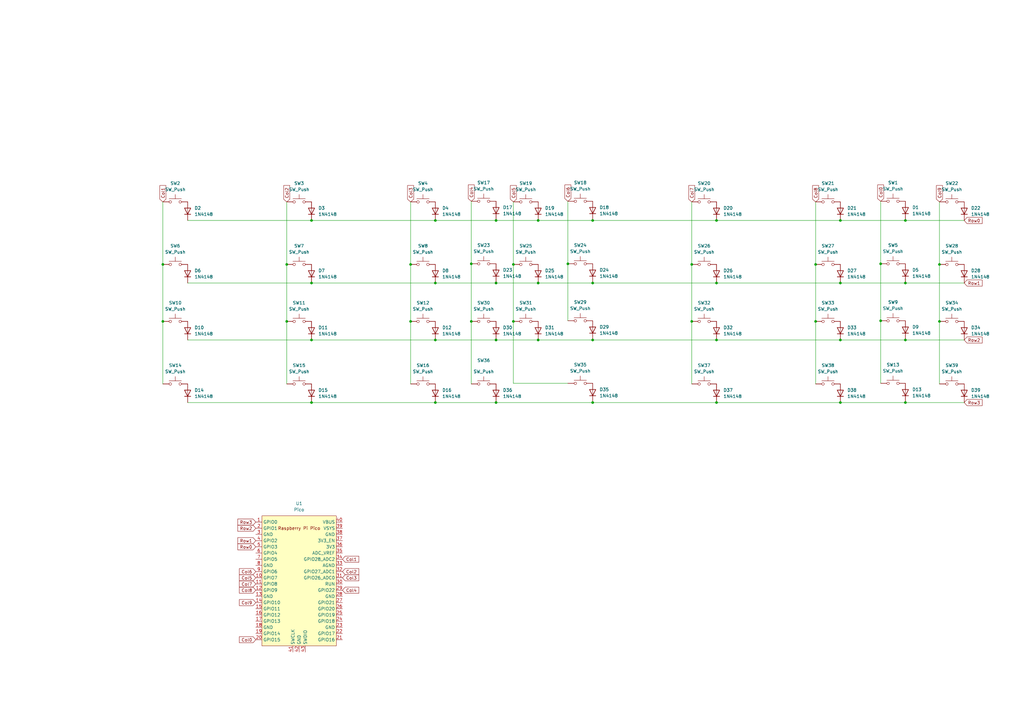
<source format=kicad_sch>
(kicad_sch (version 20211123) (generator eeschema)
  (paper "A3")
  (lib_symbols
    (symbol "Diode:1N4148" (pin_numbers hide) (pin_names hide)
      (property "Reference" "D" (at 0 2.54 0))
      (property "Value" "1N4148" (at 0 -2.54 0))
      (symbol "1N4148_0_1"
        (polyline (pts (xy -1.27 1.27) (xy -1.27 -1.27)) (stroke (width 0.254)))
        (polyline (pts (xy 1.27 0) (xy -1.27 0)))
        (polyline (pts (xy 1.27 1.27) (xy 1.27 -1.27) (xy -1.27 0) (xy 1.27 1.27)) (stroke (width 0.254)))
      )
      (symbol "1N4148_1_1"
        (pin passive line (at -3.81 0 0) (length 2.54) (name "K") (number "1"))
        (pin passive line (at 3.81 0 180) (length 2.54) (name "A") (number "2"))
      )
    )
    (symbol "Rpi:Pico"
      (property "Reference" "U" (at -13.97 27.94 0))
      (property "Value" "Pico" (at 0 19.05 0))
      (symbol "Pico_0_0"
        (text "Raspberry Pi Pico" (at 0 21.59 0) (effects (font (size 1.27 1.27))))
      )
      (symbol "Pico_0_1"
        (rectangle (start -15.24 26.67) (end 15.24 -26.67) (fill (type background)))
      )
      (symbol "Pico_1_1"
        (pin bidirectional line (at -17.78 24.13 0) (length 2.54) (name "GPIO0") (number "1"))
        (pin bidirectional line (at -17.78 1.27 0) (length 2.54) (name "GPIO7") (number "10"))
        (pin bidirectional line (at -17.78 -1.27 0) (length 2.54) (name "GPIO8") (number "11"))
        (pin bidirectional line (at -17.78 -3.81 0) (length 2.54) (name "GPIO9") (number "12"))
        (pin power_in line (at -17.78 -6.35 0) (length 2.54) (name "GND") (number "13"))
        (pin bidirectional line (at -17.78 -8.89 0) (length 2.54) (name "GPIO10") (number "14"))
        (pin bidirectional line (at -17.78 -11.43 0) (length 2.54) (name "GPIO11") (number "15"))
        (pin bidirectional line (at -17.78 -13.97 0) (length 2.54) (name "GPIO12") (number "16"))
        (pin bidirectional line (at -17.78 -16.51 0) (length 2.54) (name "GPIO13") (number "17"))
        (pin power_in line (at -17.78 -19.05 0) (length 2.54) (name "GND") (number "18"))
        (pin bidirectional line (at -17.78 -21.59 0) (length 2.54) (name "GPIO14") (number "19"))
        (pin bidirectional line (at -17.78 21.59 0) (length 2.54) (name "GPIO1") (number "2"))
        (pin bidirectional line (at -17.78 -24.13 0) (length 2.54) (name "GPIO15") (number "20"))
        (pin bidirectional line (at 17.78 -24.13 180) (length 2.54) (name "GPIO16") (number "21"))
        (pin bidirectional line (at 17.78 -21.59 180) (length 2.54) (name "GPIO17") (number "22"))
        (pin power_in line (at 17.78 -19.05 180) (length 2.54) (name "GND") (number "23"))
        (pin bidirectional line (at 17.78 -16.51 180) (length 2.54) (name "GPIO18") (number "24"))
        (pin bidirectional line (at 17.78 -13.97 180) (length 2.54) (name "GPIO19") (number "25"))
        (pin bidirectional line (at 17.78 -11.43 180) (length 2.54) (name "GPIO20") (number "26"))
        (pin bidirectional line (at 17.78 -8.89 180) (length 2.54) (name "GPIO21") (number "27"))
        (pin power_in line (at 17.78 -6.35 180) (length 2.54) (name "GND") (number "28"))
        (pin bidirectional line (at 17.78 -3.81 180) (length 2.54) (name "GPIO22") (number "29"))
        (pin power_in line (at -17.78 19.05 0) (length 2.54) (name "GND") (number "3"))
        (pin input line (at 17.78 -1.27 180) (length 2.54) (name "RUN") (number "30"))
        (pin bidirectional line (at 17.78 1.27 180) (length 2.54) (name "GPIO26_ADC0") (number "31"))
        (pin bidirectional line (at 17.78 3.81 180) (length 2.54) (name "GPIO27_ADC1") (number "32"))
        (pin power_in line (at 17.78 6.35 180) (length 2.54) (name "AGND") (number "33"))
        (pin bidirectional line (at 17.78 8.89 180) (length 2.54) (name "GPIO28_ADC2") (number "34"))
        (pin power_in line (at 17.78 11.43 180) (length 2.54) (name "ADC_VREF") (number "35"))
        (pin power_in line (at 17.78 13.97 180) (length 2.54) (name "3V3") (number "36"))
        (pin input line (at 17.78 16.51 180) (length 2.54) (name "3V3_EN") (number "37"))
        (pin bidirectional line (at 17.78 19.05 180) (length 2.54) (name "GND") (number "38"))
        (pin power_in line (at 17.78 21.59 180) (length 2.54) (name "VSYS") (number "39"))
        (pin bidirectional line (at -17.78 16.51 0) (length 2.54) (name "GPIO2") (number "4"))
        (pin power_in line (at 17.78 24.13 180) (length 2.54) (name "VBUS") (number "40"))
        (pin input line (at -2.54 -29.21 90) (length 2.54) (name "SWCLK") (number "41"))
        (pin power_in line (at 0 -29.21 90) (length 2.54) (name "GND") (number "42"))
        (pin bidirectional line (at 2.54 -29.21 90) (length 2.54) (name "SWDIO") (number "43"))
        (pin bidirectional line (at -17.78 13.97 0) (length 2.54) (name "GPIO3") (number "5"))
        (pin bidirectional line (at -17.78 11.43 0) (length 2.54) (name "GPIO4") (number "6"))
        (pin bidirectional line (at -17.78 8.89 0) (length 2.54) (name "GPIO5") (number "7"))
        (pin power_in line (at -17.78 6.35 0) (length 2.54) (name "GND") (number "8"))
        (pin bidirectional line (at -17.78 3.81 0) (length 2.54) (name "GPIO6") (number "9"))
      )
    )
    (symbol "Switch:SW_Push" (pin_numbers hide) (pin_names (offset 1.016) hide)
      (property "Reference" "SW" (at 1.27 2.54 0))
      (property "Value" "SW_Push" (at 0 -1.524 0))
      (symbol "SW_Push_0_1"
        (circle (center -2.032 0) (radius 0.508))
        (polyline (pts (xy 0 1.27) (xy 0 3.048)))
        (polyline (pts (xy 2.54 1.27) (xy -2.54 1.27)))
        (circle (center 2.032 0) (radius 0.508))
        (pin passive line (at -5.08 0 0) (length 2.54) (name "1") (number "1"))
        (pin passive line (at 5.08 0 180) (length 2.54) (name "2") (number "2"))
      )
    )
  )
  (junction (at 210.566 131.826))
  (junction (at 168.402 108.458))
  (junction (at 334.518 108.458))
  (junction (at 127.762 90.424))
  (junction (at 203.454 165.1))
  (junction (at 117.602 131.826))
  (junction (at 243.078 165.1))
  (junction (at 293.878 139.446))
  (junction (at 293.878 116.078))
  (junction (at 168.402 131.826))
  (junction (at 193.294 108.204))
  (junction (at 371.348 165.1))
  (junction (at 66.802 108.458))
  (junction (at 117.602 108.458))
  (junction (at 385.318 108.458))
  (junction (at 127.762 116.078))
  (junction (at 371.348 116.078))
  (junction (at 203.454 90.424))
  (junction (at 127.762 139.446))
  (junction (at 243.078 90.424))
  (junction (at 66.802 131.826))
  (junction (at 293.878 165.1))
  (junction (at 371.348 139.446))
  (junction (at 220.726 139.446))
  (junction (at 293.878 90.424))
  (junction (at 361.188 131.572))
  (junction (at 127.762 165.1))
  (junction (at 210.566 108.458))
  (junction (at 232.918 108.204))
  (junction (at 371.348 90.424))
  (junction (at 243.078 116.078))
  (junction (at 203.454 116.078))
  (junction (at 178.562 90.424))
  (junction (at 178.562 116.078))
  (junction (at 220.726 90.424))
  (junction (at 385.318 131.826))
  (junction (at 344.678 139.446))
  (junction (at 344.678 165.1))
  (junction (at 283.718 108.458))
  (junction (at 178.562 165.1))
  (junction (at 178.562 139.446))
  (junction (at 193.294 131.826))
  (junction (at 203.454 139.446))
  (junction (at 334.518 131.826))
  (junction (at 283.718 131.826))
  (junction (at 344.678 116.078))
  (junction (at 243.078 139.446))
  (junction (at 361.188 108.204))
  (junction (at 220.726 116.078))
  (junction (at 344.678 90.424))
  (wire (pts (xy 283.718 108.458) (xy 283.718 131.826)))
  (wire (pts (xy 385.318 82.804) (xy 385.318 108.458)))
  (wire (pts (xy 293.878 116.078) (xy 344.678 116.078)))
  (wire (pts (xy 117.602 108.458) (xy 117.602 131.826)))
  (wire (pts (xy 127.762 165.1) (xy 178.562 165.1)))
  (wire (pts (xy 178.562 116.078) (xy 203.454 116.078)))
  (wire (pts (xy 344.678 165.1) (xy 371.348 165.1)))
  (wire (pts (xy 117.602 131.826) (xy 117.602 157.48)))
  (wire (pts (xy 293.878 165.1) (xy 344.678 165.1)))
  (wire (pts (xy 243.078 116.078) (xy 293.878 116.078)))
  (wire (pts (xy 361.188 82.55) (xy 361.188 108.204)))
  (wire (pts (xy 168.402 131.826) (xy 168.402 157.48)))
  (wire (pts (xy 232.918 108.204) (xy 232.918 131.572)))
  (wire (pts (xy 203.454 90.17) (xy 203.454 90.424)))
  (wire (pts (xy 371.348 90.17) (xy 371.348 90.424)))
  (wire (pts (xy 76.962 165.1) (xy 127.762 165.1)))
  (wire (pts (xy 193.294 131.826) (xy 193.294 157.48)))
  (wire (pts (xy 66.802 108.458) (xy 66.802 131.826)))
  (wire (pts (xy 178.562 90.424) (xy 203.454 90.424)))
  (wire (pts (xy 371.348 165.1) (xy 395.478 165.1)))
  (wire (pts (xy 220.726 116.078) (xy 243.078 116.078)))
  (wire (pts (xy 243.078 165.1) (xy 293.878 165.1)))
  (wire (pts (xy 344.678 116.078) (xy 371.348 116.078)))
  (wire (pts (xy 127.762 90.424) (xy 178.562 90.424)))
  (wire (pts (xy 168.402 82.804) (xy 168.402 108.458)))
  (wire (pts (xy 293.878 90.424) (xy 344.678 90.424)))
  (wire (pts (xy 178.562 165.1) (xy 203.454 165.1)))
  (wire (pts (xy 127.762 139.446) (xy 178.562 139.446)))
  (wire (pts (xy 127.762 116.078) (xy 178.562 116.078)))
  (wire (pts (xy 344.678 139.446) (xy 371.348 139.446)))
  (wire (pts (xy 361.188 108.204) (xy 361.188 131.572)))
  (wire (pts (xy 371.348 164.846) (xy 371.348 165.1)))
  (wire (pts (xy 334.518 108.458) (xy 334.518 131.826)))
  (wire (pts (xy 371.348 139.446) (xy 395.478 139.446)))
  (wire (pts (xy 371.348 116.078) (xy 395.478 116.078)))
  (wire (pts (xy 334.518 131.826) (xy 334.518 157.48)))
  (wire (pts (xy 385.318 108.458) (xy 385.318 131.826)))
  (wire (pts (xy 283.718 82.804) (xy 283.718 108.458)))
  (wire (pts (xy 117.602 82.804) (xy 117.602 108.458)))
  (wire (pts (xy 76.962 90.424) (xy 127.762 90.424)))
  (wire (pts (xy 210.566 157.226) (xy 210.566 131.826)))
  (wire (pts (xy 232.918 157.226) (xy 210.566 157.226)))
  (wire (pts (xy 243.078 139.192) (xy 243.078 139.446)))
  (wire (pts (xy 203.454 139.446) (xy 220.726 139.446)))
  (wire (pts (xy 220.726 90.424) (xy 243.078 90.424)))
  (wire (pts (xy 243.078 90.424) (xy 293.878 90.424)))
  (wire (pts (xy 243.078 164.846) (xy 243.078 165.1)))
  (wire (pts (xy 193.294 82.55) (xy 193.294 108.204)))
  (wire (pts (xy 371.348 90.424) (xy 395.478 90.424)))
  (wire (pts (xy 371.348 115.824) (xy 371.348 116.078)))
  (wire (pts (xy 203.454 116.078) (xy 220.726 116.078)))
  (wire (pts (xy 193.294 108.204) (xy 193.294 131.826)))
  (wire (pts (xy 334.518 82.804) (xy 334.518 108.458)))
  (wire (pts (xy 66.802 82.804) (xy 66.802 108.458)))
  (wire (pts (xy 210.566 108.458) (xy 210.566 131.826)))
  (wire (pts (xy 293.878 139.446) (xy 344.678 139.446)))
  (wire (pts (xy 283.718 131.826) (xy 283.718 157.48)))
  (wire (pts (xy 371.348 139.192) (xy 371.348 139.446)))
  (wire (pts (xy 168.402 108.458) (xy 168.402 131.826)))
  (wire (pts (xy 232.918 82.55) (xy 232.918 108.204)))
  (wire (pts (xy 203.454 90.424) (xy 220.726 90.424)))
  (wire (pts (xy 66.802 131.826) (xy 66.802 157.48)))
  (wire (pts (xy 76.962 139.446) (xy 127.762 139.446)))
  (wire (pts (xy 344.678 90.424) (xy 371.348 90.424)))
  (wire (pts (xy 210.566 82.804) (xy 210.566 108.458)))
  (wire (pts (xy 243.078 139.446) (xy 293.878 139.446)))
  (wire (pts (xy 76.962 116.078) (xy 127.762 116.078)))
  (wire (pts (xy 243.078 90.17) (xy 243.078 90.424)))
  (wire (pts (xy 243.078 115.824) (xy 243.078 116.078)))
  (wire (pts (xy 203.454 115.824) (xy 203.454 116.078)))
  (wire (pts (xy 203.454 165.1) (xy 243.078 165.1)))
  (wire (pts (xy 385.318 131.826) (xy 385.318 157.48)))
  (wire (pts (xy 178.562 139.446) (xy 203.454 139.446)))
  (wire (pts (xy 361.188 131.572) (xy 361.188 157.226)))
  (wire (pts (xy 220.726 139.446) (xy 243.078 139.446)))
  (global_label "Col6" (shape input) (at 232.918 82.55 90) (property "Intersheet References" "${INTERSHEET_REFS}" (effects hide)))
  (global_label "Col5" (shape input) (at 104.902 236.982 180) (property "Intersheet References" "${INTERSHEET_REFS}" (effects hide)))
  (global_label "Row1" (shape input) (at 104.902 221.742 180) (property "Intersheet References" "${INTERSHEET_REFS}" (effects hide)))
  (global_label "Row2" (shape input) (at 104.902 216.662 180) (property "Intersheet References" "${INTERSHEET_REFS}" (effects hide)))
  (global_label "Col0" (shape input) (at 104.902 262.382 180) (property "Intersheet References" "${INTERSHEET_REFS}" (effects hide)))
  (global_label "Col7" (shape input) (at 104.902 239.522 180) (property "Intersheet References" "${INTERSHEET_REFS}" (effects hide)))
  (global_label "Col8" (shape input) (at 334.518 82.804 90) (property "Intersheet References" "${INTERSHEET_REFS}" (effects hide)))
  (global_label "Col2" (shape input) (at 140.462 234.442 0) (property "Intersheet References" "${INTERSHEET_REFS}" (effects hide)))
  (global_label "Row3" (shape input) (at 104.902 214.122 180) (property "Intersheet References" "${INTERSHEET_REFS}" (effects hide)))
  (global_label "Col6" (shape input) (at 104.902 234.442 180) (property "Intersheet References" "${INTERSHEET_REFS}" (effects hide)))
  (global_label "Row2" (shape input) (at 395.478 139.446 0) (property "Intersheet References" "${INTERSHEET_REFS}" (effects hide)))
  (global_label "Row0" (shape input) (at 104.902 224.282 180) (property "Intersheet References" "${INTERSHEET_REFS}" (effects hide)))
  (global_label "Col1" (shape input) (at 140.462 229.362 0) (property "Intersheet References" "${INTERSHEET_REFS}" (effects hide)))
  (global_label "Col3" (shape input) (at 140.462 236.982 0) (property "Intersheet References" "${INTERSHEET_REFS}" (effects hide)))
  (global_label "Col3" (shape input) (at 168.402 82.804 90) (property "Intersheet References" "${INTERSHEET_REFS}" (effects hide)))
  (global_label "Row1" (shape input) (at 395.478 116.078 0) (property "Intersheet References" "${INTERSHEET_REFS}" (effects hide)))
  (global_label "Row3" (shape input) (at 395.478 165.1 0) (property "Intersheet References" "${INTERSHEET_REFS}" (effects hide)))
  (global_label "Col7" (shape input) (at 283.718 82.804 90) (property "Intersheet References" "${INTERSHEET_REFS}" (effects hide)))
  (global_label "Col9" (shape input) (at 385.318 82.804 90) (property "Intersheet References" "${INTERSHEET_REFS}" (effects hide)))
  (global_label "Col1" (shape input) (at 66.802 82.804 90) (property "Intersheet References" "${INTERSHEET_REFS}" (effects hide)))
  (global_label "Row0" (shape input) (at 395.478 90.424 0) (property "Intersheet References" "${INTERSHEET_REFS}" (effects hide)))
  (global_label "Col2" (shape input) (at 117.602 82.804 90) (property "Intersheet References" "${INTERSHEET_REFS}" (effects hide)))
  (global_label "Col4" (shape input) (at 193.294 82.55 90) (property "Intersheet References" "${INTERSHEET_REFS}" (effects hide)))
  (global_label "Col4" (shape input) (at 140.462 242.062 0) (property "Intersheet References" "${INTERSHEET_REFS}" (effects hide)))
  (global_label "Col5" (shape input) (at 210.566 82.804 90) (property "Intersheet References" "${INTERSHEET_REFS}" (effects hide)))
  (global_label "Col0" (shape input) (at 361.188 82.55 90) (property "Intersheet References" "${INTERSHEET_REFS}" (effects hide)))
  (global_label "Col8" (shape input) (at 104.902 242.062 180) (property "Intersheet References" "${INTERSHEET_REFS}" (effects hide)))
  (global_label "Col9" (shape input) (at 104.902 247.142 180) (property "Intersheet References" "${INTERSHEET_REFS}" (effects hide)))
  (symbol (lib_id "Switch:SW_Push") (at 198.374 108.204 0) (unit 1)
    (property "Reference" "SW23" (at 198.374 100.584 0))
    (property "Value" "SW_Push" (at 198.374 103.124 0))
    (property "Footprint" "switchy:SW_Cherry_MX_1.00u_PCB" (effects hide))
  )
  (symbol (lib_id "Switch:SW_Push") (at 339.598 82.804 0) (unit 1)
    (property "Reference" "SW21" (at 339.598 75.184 0))
    (property "Value" "SW_Push" (at 339.598 77.724 0))
    (property "Footprint" "switchy:SW_Cherry_MX_1.00u_PCB" (effects hide))
  )
  (symbol (lib_id "Diode:1N4148") (at 371.348 86.36 90) (unit 1)
    (property "Reference" "D1" (at 374.142 85.0899 90) (effects (justify right)))
    (property "Value" "1N4148" (at 374.142 87.6299 90) (effects (justify right)))
    (property "Footprint" "eec:Diotec_Semiconductor-1N4148-0" (effects hide))
    (property "Datasheet" "https://assets.nexperia.com/documents/data-sheet/1N4148_1N4448.pdf" (effects hide))
  )
  (symbol (lib_id "Diode:1N4148") (at 178.562 112.268 90) (unit 1)
    (property "Reference" "D8" (at 181.356 110.9979 90) (effects (justify right)))
    (property "Value" "1N4148" (at 181.356 113.5379 90) (effects (justify right)))
    (property "Footprint" "eec:Diotec_Semiconductor-1N4148-0" (effects hide))
    (property "Datasheet" "https://assets.nexperia.com/documents/data-sheet/1N4148_1N4448.pdf" (effects hide))
  )
  (symbol (lib_id "Rpi:Pico") (at 122.682 238.252 0) (unit 1)
    (property "Reference" "U1" (at 122.682 206.502 0))
    (property "Value" "Pico" (at 122.682 209.042 0))
    (property "Footprint" "MCU_RaspberryPi_and_Boards:RPi_Pico_SMD_TH" (effects hide))
  )
  (symbol (lib_id "Diode:1N4148") (at 203.454 112.014 90) (unit 1)
    (property "Reference" "D23" (at 206.248 110.7439 90) (effects (justify right)))
    (property "Value" "1N4148" (at 206.248 113.2839 90) (effects (justify right)))
    (property "Footprint" "eec:Diotec_Semiconductor-1N4148-0" (effects hide))
    (property "Datasheet" "https://assets.nexperia.com/documents/data-sheet/1N4148_1N4448.pdf" (effects hide))
  )
  (symbol (lib_id "Switch:SW_Push") (at 366.268 82.55 0) (unit 1)
    (property "Reference" "SW1" (at 366.268 74.93 0))
    (property "Value" "SW_Push" (at 366.268 77.47 0))
    (property "Footprint" "switchy:SW_Cherry_MX_1.00u_PCB" (effects hide))
  )
  (symbol (lib_id "Diode:1N4148") (at 344.678 161.29 90) (unit 1)
    (property "Reference" "D38" (at 347.472 160.0199 90) (effects (justify right)))
    (property "Value" "1N4148" (at 347.472 162.5599 90) (effects (justify right)))
    (property "Footprint" "eec:Diotec_Semiconductor-1N4148-0" (effects hide))
    (property "Datasheet" "https://assets.nexperia.com/documents/data-sheet/1N4148_1N4448.pdf" (effects hide))
  )
  (symbol (lib_id "Switch:SW_Push") (at 215.646 82.804 0) (unit 1)
    (property "Reference" "SW19" (at 215.646 75.184 0))
    (property "Value" "SW_Push" (at 215.646 77.724 0))
    (property "Footprint" "switchy:SW_Cherry_MX_1.00u_PCB" (effects hide))
  )
  (symbol (lib_id "Switch:SW_Push") (at 71.882 82.804 0) (unit 1)
    (property "Reference" "SW2" (at 71.882 75.184 0))
    (property "Value" "SW_Push" (at 71.882 77.724 0))
    (property "Footprint" "switchy:SW_Cherry_MX_1.00u_PCB" (effects hide))
  )
  (symbol (lib_id "Switch:SW_Push") (at 237.998 131.572 0) (unit 1)
    (property "Reference" "SW29" (at 237.998 123.952 0))
    (property "Value" "SW_Push" (at 237.998 126.492 0))
    (property "Footprint" "switchy:SW_Cherry_MX_1.00u_PCB" (effects hide))
  )
  (symbol (lib_id "Diode:1N4148") (at 76.962 135.636 90) (unit 1)
    (property "Reference" "D10" (at 79.756 134.3659 90) (effects (justify right)))
    (property "Value" "1N4148" (at 79.756 136.9059 90) (effects (justify right)))
    (property "Footprint" "eec:Diotec_Semiconductor-1N4148-0" (effects hide))
    (property "Datasheet" "https://assets.nexperia.com/documents/data-sheet/1N4148_1N4448.pdf" (effects hide))
  )
  (symbol (lib_id "Switch:SW_Push") (at 237.998 82.55 0) (unit 1)
    (property "Reference" "SW18" (at 237.998 74.93 0))
    (property "Value" "SW_Push" (at 237.998 77.47 0))
    (property "Footprint" "switchy:SW_Cherry_MX_1.00u_PCB" (effects hide))
  )
  (symbol (lib_id "Diode:1N4148") (at 127.762 86.614 90) (unit 1)
    (property "Reference" "D3" (at 130.556 85.3439 90) (effects (justify right)))
    (property "Value" "1N4148" (at 130.556 87.8839 90) (effects (justify right)))
    (property "Footprint" "eec:Diotec_Semiconductor-1N4148-0" (effects hide))
    (property "Datasheet" "https://assets.nexperia.com/documents/data-sheet/1N4148_1N4448.pdf" (effects hide))
  )
  (symbol (lib_id "Diode:1N4148") (at 395.478 86.614 90) (unit 1)
    (property "Reference" "D22" (at 398.272 85.3439 90) (effects (justify right)))
    (property "Value" "1N4148" (at 398.272 87.8839 90) (effects (justify right)))
    (property "Footprint" "eec:Diotec_Semiconductor-1N4148-0" (effects hide))
    (property "Datasheet" "https://assets.nexperia.com/documents/data-sheet/1N4148_1N4448.pdf" (effects hide))
  )
  (symbol (lib_id "Diode:1N4148") (at 178.562 161.29 90) (unit 1)
    (property "Reference" "D16" (at 181.356 160.0199 90) (effects (justify right)))
    (property "Value" "1N4148" (at 181.356 162.5599 90) (effects (justify right)))
    (property "Footprint" "eec:Diotec_Semiconductor-1N4148-0" (effects hide))
    (property "Datasheet" "https://assets.nexperia.com/documents/data-sheet/1N4148_1N4448.pdf" (effects hide))
  )
  (symbol (lib_id "Diode:1N4148") (at 203.454 86.36 90) (unit 1)
    (property "Reference" "D17" (at 206.248 85.0899 90) (effects (justify right)))
    (property "Value" "1N4148" (at 206.248 87.6299 90) (effects (justify right)))
    (property "Footprint" "eec:Diotec_Semiconductor-1N4148-0" (effects hide))
    (property "Datasheet" "https://assets.nexperia.com/documents/data-sheet/1N4148_1N4448.pdf" (effects hide))
  )
  (symbol (lib_id "Diode:1N4148") (at 127.762 161.29 90) (unit 1)
    (property "Reference" "D15" (at 130.556 160.0199 90) (effects (justify right)))
    (property "Value" "1N4148" (at 130.556 162.5599 90) (effects (justify right)))
    (property "Footprint" "eec:Diotec_Semiconductor-1N4148-0" (effects hide))
    (property "Datasheet" "https://assets.nexperia.com/documents/data-sheet/1N4148_1N4448.pdf" (effects hide))
  )
  (symbol (lib_id "Diode:1N4148") (at 293.878 86.614 90) (unit 1)
    (property "Reference" "D20" (at 296.672 85.3439 90) (effects (justify right)))
    (property "Value" "1N4148" (at 296.672 87.8839 90) (effects (justify right)))
    (property "Footprint" "eec:Diotec_Semiconductor-1N4148-0" (effects hide))
    (property "Datasheet" "https://assets.nexperia.com/documents/data-sheet/1N4148_1N4448.pdf" (effects hide))
  )
  (symbol (lib_id "Diode:1N4148") (at 344.678 86.614 90) (unit 1)
    (property "Reference" "D21" (at 347.472 85.3439 90) (effects (justify right)))
    (property "Value" "1N4148" (at 347.472 87.8839 90) (effects (justify right)))
    (property "Footprint" "eec:Diotec_Semiconductor-1N4148-0" (effects hide))
    (property "Datasheet" "https://assets.nexperia.com/documents/data-sheet/1N4148_1N4448.pdf" (effects hide))
  )
  (symbol (lib_id "Switch:SW_Push") (at 390.398 108.458 0) (unit 1)
    (property "Reference" "SW28" (at 390.398 100.838 0))
    (property "Value" "SW_Push" (at 390.398 103.378 0))
    (property "Footprint" "switchy:SW_Cherry_MX_1.00u_PCB" (effects hide))
  )
  (symbol (lib_id "Diode:1N4148") (at 243.078 135.382 90) (unit 1)
    (property "Reference" "D29" (at 245.872 134.1119 90) (effects (justify right)))
    (property "Value" "1N4148" (at 245.872 136.6519 90) (effects (justify right)))
    (property "Footprint" "eec:Diotec_Semiconductor-1N4148-0" (effects hide))
    (property "Datasheet" "https://assets.nexperia.com/documents/data-sheet/1N4148_1N4448.pdf" (effects hide))
  )
  (symbol (lib_id "Diode:1N4148") (at 293.878 135.636 90) (unit 1)
    (property "Reference" "D32" (at 296.672 134.3659 90) (effects (justify right)))
    (property "Value" "1N4148" (at 296.672 136.9059 90) (effects (justify right)))
    (property "Footprint" "eec:Diotec_Semiconductor-1N4148-0" (effects hide))
    (property "Datasheet" "https://assets.nexperia.com/documents/data-sheet/1N4148_1N4448.pdf" (effects hide))
  )
  (symbol (lib_id "Switch:SW_Push") (at 237.998 108.204 0) (unit 1)
    (property "Reference" "SW24" (at 237.998 100.584 0))
    (property "Value" "SW_Push" (at 237.998 103.124 0))
    (property "Footprint" "switchy:SW_Cherry_MX_1.00u_PCB" (effects hide))
  )
  (symbol (lib_id "Switch:SW_Push") (at 173.482 131.826 0) (unit 1)
    (property "Reference" "SW12" (at 173.482 124.206 0))
    (property "Value" "SW_Push" (at 173.482 126.746 0))
    (property "Footprint" "switchy:SW_Cherry_MX_1.00u_PCB" (effects hide))
  )
  (symbol (lib_id "Switch:SW_Push") (at 390.398 157.48 0) (unit 1)
    (property "Reference" "SW39" (at 390.398 149.86 0))
    (property "Value" "SW_Push" (at 390.398 152.4 0))
    (property "Footprint" "switchy:SW_Cherry_MX_1.00u_PCB" (effects hide))
  )
  (symbol (lib_id "Switch:SW_Push") (at 173.482 157.48 0) (unit 1)
    (property "Reference" "SW16" (at 173.482 149.86 0))
    (property "Value" "SW_Push" (at 173.482 152.4 0))
    (property "Footprint" "switchy:SW_Cherry_MX_1.00u_PCB" (effects hide))
  )
  (symbol (lib_id "Diode:1N4148") (at 293.878 112.268 90) (unit 1)
    (property "Reference" "D26" (at 296.672 110.9979 90) (effects (justify right)))
    (property "Value" "1N4148" (at 296.672 113.5379 90) (effects (justify right)))
    (property "Footprint" "eec:Diotec_Semiconductor-1N4148-0" (effects hide))
    (property "Datasheet" "https://assets.nexperia.com/documents/data-sheet/1N4148_1N4448.pdf" (effects hide))
  )
  (symbol (lib_id "Diode:1N4148") (at 76.962 86.614 90) (unit 1)
    (property "Reference" "D2" (at 79.756 85.3439 90) (effects (justify right)))
    (property "Value" "1N4148" (at 79.756 87.8839 90) (effects (justify right)))
    (property "Footprint" "eec:Diotec_Semiconductor-1N4148-0" (effects hide))
    (property "Datasheet" "https://assets.nexperia.com/documents/data-sheet/1N4148_1N4448.pdf" (effects hide))
  )
  (symbol (lib_id "Switch:SW_Push") (at 71.882 157.48 0) (unit 1)
    (property "Reference" "SW14" (at 71.882 149.86 0))
    (property "Value" "SW_Push" (at 71.882 152.4 0))
    (property "Footprint" "switchy:SW_Cherry_MX_1.00u_PCB" (effects hide))
  )
  (symbol (lib_id "Diode:1N4148") (at 203.454 135.636 90) (unit 1)
    (property "Reference" "D30" (at 206.248 134.3659 90) (effects (justify right)))
    (property "Value" "1N4148" (at 206.248 136.9059 90) (effects (justify right)))
    (property "Footprint" "eec:Diotec_Semiconductor-1N4148-0" (effects hide))
    (property "Datasheet" "https://assets.nexperia.com/documents/data-sheet/1N4148_1N4448.pdf" (effects hide))
  )
  (symbol (lib_id "Diode:1N4148") (at 178.562 86.614 90) (unit 1)
    (property "Reference" "D4" (at 181.356 85.3439 90) (effects (justify right)))
    (property "Value" "1N4148" (at 181.356 87.8839 90) (effects (justify right)))
    (property "Footprint" "eec:Diotec_Semiconductor-1N4148-0" (effects hide))
    (property "Datasheet" "https://assets.nexperia.com/documents/data-sheet/1N4148_1N4448.pdf" (effects hide))
  )
  (symbol (lib_id "Switch:SW_Push") (at 288.798 131.826 0) (unit 1)
    (property "Reference" "SW32" (at 288.798 124.206 0))
    (property "Value" "SW_Push" (at 288.798 126.746 0))
    (property "Footprint" "switchy:SW_Cherry_MX_1.00u_PCB" (effects hide))
  )
  (symbol (lib_id "Switch:SW_Push") (at 198.374 131.826 0) (unit 1)
    (property "Reference" "SW30" (at 198.374 124.206 0))
    (property "Value" "SW_Push" (at 198.374 126.746 0))
    (property "Footprint" "switchy:SW_Cherry_MX_1.00u_PCB" (effects hide))
  )
  (symbol (lib_id "Switch:SW_Push") (at 339.598 157.48 0) (unit 1)
    (property "Reference" "SW38" (at 339.598 149.86 0))
    (property "Value" "SW_Push" (at 339.598 152.4 0))
    (property "Footprint" "switchy:SW_Cherry_MX_1.00u_PCB" (effects hide))
  )
  (symbol (lib_id "Diode:1N4148") (at 371.348 112.014 90) (unit 1)
    (property "Reference" "D5" (at 374.142 110.7439 90) (effects (justify right)))
    (property "Value" "1N4148" (at 374.142 113.2839 90) (effects (justify right)))
    (property "Footprint" "eec:Diotec_Semiconductor-1N4148-0" (effects hide))
    (property "Datasheet" "https://assets.nexperia.com/documents/data-sheet/1N4148_1N4448.pdf" (effects hide))
  )
  (symbol (lib_id "Switch:SW_Push") (at 288.798 82.804 0) (unit 1)
    (property "Reference" "SW20" (at 288.798 75.184 0))
    (property "Value" "SW_Push" (at 288.798 77.724 0))
    (property "Footprint" "switchy:SW_Cherry_MX_1.00u_PCB" (effects hide))
  )
  (symbol (lib_id "Diode:1N4148") (at 395.478 135.636 90) (unit 1)
    (property "Reference" "D34" (at 398.272 134.3659 90) (effects (justify right)))
    (property "Value" "1N4148" (at 398.272 136.9059 90) (effects (justify right)))
    (property "Footprint" "eec:Diotec_Semiconductor-1N4148-0" (effects hide))
    (property "Datasheet" "https://assets.nexperia.com/documents/data-sheet/1N4148_1N4448.pdf" (effects hide))
  )
  (symbol (lib_id "Switch:SW_Push") (at 198.374 82.55 0) (unit 1)
    (property "Reference" "SW17" (at 198.374 74.93 0))
    (property "Value" "SW_Push" (at 198.374 77.47 0))
    (property "Footprint" "switchy:SW_Cherry_MX_1.00u_PCB" (effects hide))
  )
  (symbol (lib_id "Diode:1N4148") (at 293.878 161.29 90) (unit 1)
    (property "Reference" "D37" (at 296.672 160.0199 90) (effects (justify right)))
    (property "Value" "1N4148" (at 296.672 162.5599 90) (effects (justify right)))
    (property "Footprint" "eec:Diotec_Semiconductor-1N4148-0" (effects hide))
    (property "Datasheet" "https://assets.nexperia.com/documents/data-sheet/1N4148_1N4448.pdf" (effects hide))
  )
  (symbol (lib_id "Diode:1N4148") (at 344.678 135.636 90) (unit 1)
    (property "Reference" "D33" (at 347.472 134.3659 90) (effects (justify right)))
    (property "Value" "1N4148" (at 347.472 136.9059 90) (effects (justify right)))
    (property "Footprint" "eec:Diotec_Semiconductor-1N4148-0" (effects hide))
    (property "Datasheet" "https://assets.nexperia.com/documents/data-sheet/1N4148_1N4448.pdf" (effects hide))
  )
  (symbol (lib_id "Diode:1N4148") (at 178.562 135.636 90) (unit 1)
    (property "Reference" "D12" (at 181.356 134.3659 90) (effects (justify right)))
    (property "Value" "1N4148" (at 181.356 136.9059 90) (effects (justify right)))
    (property "Footprint" "eec:Diotec_Semiconductor-1N4148-0" (effects hide))
    (property "Datasheet" "https://assets.nexperia.com/documents/data-sheet/1N4148_1N4448.pdf" (effects hide))
  )
  (symbol (lib_id "Switch:SW_Push") (at 366.268 108.204 0) (unit 1)
    (property "Reference" "SW5" (at 366.268 100.584 0))
    (property "Value" "SW_Push" (at 366.268 103.124 0))
    (property "Footprint" "switchy:SW_Cherry_MX_1.00u_PCB" (effects hide))
  )
  (symbol (lib_id "Switch:SW_Push") (at 237.998 157.226 0) (unit 1)
    (property "Reference" "SW35" (at 237.998 149.606 0))
    (property "Value" "SW_Push" (at 237.998 152.146 0))
    (property "Footprint" "switchy:SW_Cherry_MX_2.00u_Plate" (effects hide))
  )
  (symbol (lib_id "Diode:1N4148") (at 220.726 112.268 90) (unit 1)
    (property "Reference" "D25" (at 223.52 110.9979 90) (effects (justify right)))
    (property "Value" "1N4148" (at 223.52 113.5379 90) (effects (justify right)))
    (property "Footprint" "eec:Diotec_Semiconductor-1N4148-0" (effects hide))
    (property "Datasheet" "https://assets.nexperia.com/documents/data-sheet/1N4148_1N4448.pdf" (effects hide))
  )
  (symbol (lib_id "Switch:SW_Push") (at 122.682 157.48 0) (unit 1)
    (property "Reference" "SW15" (at 122.682 149.86 0))
    (property "Value" "SW_Push" (at 122.682 152.4 0))
    (property "Footprint" "switchy:SW_Cherry_MX_1.00u_PCB" (effects hide))
  )
  (symbol (lib_id "Diode:1N4148") (at 395.478 161.29 90) (unit 1)
    (property "Reference" "D39" (at 398.272 160.0199 90) (effects (justify right)))
    (property "Value" "1N4148" (at 398.272 162.5599 90) (effects (justify right)))
    (property "Footprint" "eec:Diotec_Semiconductor-1N4148-0" (effects hide))
    (property "Datasheet" "https://assets.nexperia.com/documents/data-sheet/1N4148_1N4448.pdf" (effects hide))
  )
  (symbol (lib_id "Diode:1N4148") (at 371.348 161.036 90) (unit 1)
    (property "Reference" "D13" (at 374.142 159.7659 90) (effects (justify right)))
    (property "Value" "1N4148" (at 374.142 162.3059 90) (effects (justify right)))
    (property "Footprint" "eec:Diotec_Semiconductor-1N4148-0" (effects hide))
    (property "Datasheet" "https://assets.nexperia.com/documents/data-sheet/1N4148_1N4448.pdf" (effects hide))
  )
  (symbol (lib_id "Switch:SW_Push") (at 339.598 108.458 0) (unit 1)
    (property "Reference" "SW27" (at 339.598 100.838 0))
    (property "Value" "SW_Push" (at 339.598 103.378 0))
    (property "Footprint" "switchy:SW_Cherry_MX_1.00u_PCB" (effects hide))
  )
  (symbol (lib_id "Diode:1N4148") (at 243.078 86.36 90) (unit 1)
    (property "Reference" "D18" (at 245.872 85.0899 90) (effects (justify right)))
    (property "Value" "1N4148" (at 245.872 87.6299 90) (effects (justify right)))
    (property "Footprint" "eec:Diotec_Semiconductor-1N4148-0" (effects hide))
    (property "Datasheet" "https://assets.nexperia.com/documents/data-sheet/1N4148_1N4448.pdf" (effects hide))
  )
  (symbol (lib_id "Diode:1N4148") (at 243.078 112.014 90) (unit 1)
    (property "Reference" "D24" (at 245.872 110.7439 90) (effects (justify right)))
    (property "Value" "1N4148" (at 245.872 113.2839 90) (effects (justify right)))
    (property "Footprint" "eec:Diotec_Semiconductor-1N4148-0" (effects hide))
    (property "Datasheet" "https://assets.nexperia.com/documents/data-sheet/1N4148_1N4448.pdf" (effects hide))
  )
  (symbol (lib_id "Switch:SW_Push") (at 173.482 108.458 0) (unit 1)
    (property "Reference" "SW8" (at 173.482 100.838 0))
    (property "Value" "SW_Push" (at 173.482 103.378 0))
    (property "Footprint" "switchy:SW_Cherry_MX_1.00u_PCB" (effects hide))
  )
  (symbol (lib_id "Switch:SW_Push") (at 198.374 157.48 0) (unit 1)
    (property "Reference" "SW36" (at 198.374 147.828 0))
    (property "Value" "SW_Push" (at 198.374 152.4 0))
    (property "Footprint" "switchy:SW_Cherry_MX_1.00u_PCB" (effects hide))
  )
  (symbol (lib_id "Switch:SW_Push") (at 390.398 82.804 0) (unit 1)
    (property "Reference" "SW22" (at 390.398 75.184 0))
    (property "Value" "SW_Push" (at 390.398 77.724 0))
    (property "Footprint" "switchy:SW_Cherry_MX_1.00u_PCB" (effects hide))
  )
  (symbol (lib_id "Diode:1N4148") (at 76.962 112.268 90) (unit 1)
    (property "Reference" "D6" (at 79.756 110.9979 90) (effects (justify right)))
    (property "Value" "1N4148" (at 79.756 113.5379 90) (effects (justify right)))
    (property "Footprint" "eec:Diotec_Semiconductor-1N4148-0" (effects hide))
    (property "Datasheet" "https://assets.nexperia.com/documents/data-sheet/1N4148_1N4448.pdf" (effects hide))
  )
  (symbol (lib_id "Switch:SW_Push") (at 390.398 131.826 0) (unit 1)
    (property "Reference" "SW34" (at 390.398 124.206 0))
    (property "Value" "SW_Push" (at 390.398 126.746 0))
    (property "Footprint" "switchy:SW_Cherry_MX_1.00u_PCB" (effects hide))
  )
  (symbol (lib_id "Diode:1N4148") (at 76.962 161.29 90) (unit 1)
    (property "Reference" "D14" (at 79.756 160.0199 90) (effects (justify right)))
    (property "Value" "1N4148" (at 79.756 162.5599 90) (effects (justify right)))
    (property "Footprint" "eec:Diotec_Semiconductor-1N4148-0" (effects hide))
    (property "Datasheet" "https://assets.nexperia.com/documents/data-sheet/1N4148_1N4448.pdf" (effects hide))
  )
  (symbol (lib_id "Switch:SW_Push") (at 71.882 131.826 0) (unit 1)
    (property "Reference" "SW10" (at 71.882 124.206 0))
    (property "Value" "SW_Push" (at 71.882 126.746 0))
    (property "Footprint" "switchy:SW_Cherry_MX_1.00u_PCB" (effects hide))
  )
  (symbol (lib_id "Diode:1N4148") (at 344.678 112.268 90) (unit 1)
    (property "Reference" "D27" (at 347.472 110.9979 90) (effects (justify right)))
    (property "Value" "1N4148" (at 347.472 113.5379 90) (effects (justify right)))
    (property "Footprint" "eec:Diotec_Semiconductor-1N4148-0" (effects hide))
    (property "Datasheet" "https://assets.nexperia.com/documents/data-sheet/1N4148_1N4448.pdf" (effects hide))
  )
  (symbol (lib_id "Switch:SW_Push") (at 71.882 108.458 0) (unit 1)
    (property "Reference" "SW6" (at 71.882 100.838 0))
    (property "Value" "SW_Push" (at 71.882 103.378 0))
    (property "Footprint" "switchy:SW_Cherry_MX_1.00u_PCB" (effects hide))
  )
  (symbol (lib_id "Switch:SW_Push") (at 215.646 131.826 0) (unit 1)
    (property "Reference" "SW31" (at 215.646 124.206 0))
    (property "Value" "SW_Push" (at 215.646 126.746 0))
    (property "Footprint" "switchy:SW_Cherry_MX_1.00u_PCB" (effects hide))
  )
  (symbol (lib_id "Switch:SW_Push") (at 366.268 131.572 0) (unit 1)
    (property "Reference" "SW9" (at 366.268 123.952 0))
    (property "Value" "SW_Push" (at 366.268 126.492 0))
    (property "Footprint" "switchy:SW_Cherry_MX_1.00u_PCB" (effects hide))
  )
  (symbol (lib_id "Switch:SW_Push") (at 366.268 157.226 0) (unit 1)
    (property "Reference" "SW13" (at 366.268 149.606 0))
    (property "Value" "SW_Push" (at 366.268 152.146 0))
    (property "Footprint" "switchy:SW_Cherry_MX_1.00u_PCB" (effects hide))
  )
  (symbol (lib_id "Switch:SW_Push") (at 122.682 108.458 0) (unit 1)
    (property "Reference" "SW7" (at 122.682 100.838 0))
    (property "Value" "SW_Push" (at 122.682 103.378 0))
    (property "Footprint" "switchy:SW_Cherry_MX_1.00u_PCB" (effects hide))
  )
  (symbol (lib_id "Diode:1N4148") (at 243.078 161.036 90) (unit 1)
    (property "Reference" "D35" (at 245.872 159.7659 90) (effects (justify right)))
    (property "Value" "1N4148" (at 245.872 162.3059 90) (effects (justify right)))
    (property "Footprint" "eec:Diotec_Semiconductor-1N4148-0" (effects hide))
    (property "Datasheet" "https://assets.nexperia.com/documents/data-sheet/1N4148_1N4448.pdf" (effects hide))
  )
  (symbol (lib_id "Diode:1N4148") (at 203.454 161.29 90) (unit 1)
    (property "Reference" "D36" (at 206.248 160.0199 90) (effects (justify right)))
    (property "Value" "1N4148" (at 206.248 162.5599 90) (effects (justify right)))
    (property "Footprint" "eec:Diotec_Semiconductor-1N4148-0" (effects hide))
    (property "Datasheet" "https://assets.nexperia.com/documents/data-sheet/1N4148_1N4448.pdf" (effects hide))
  )
  (symbol (lib_id "Diode:1N4148") (at 127.762 135.636 90) (unit 1)
    (property "Reference" "D11" (at 130.556 134.3659 90) (effects (justify right)))
    (property "Value" "1N4148" (at 130.556 136.9059 90) (effects (justify right)))
    (property "Footprint" "eec:Diotec_Semiconductor-1N4148-0" (effects hide))
    (property "Datasheet" "https://assets.nexperia.com/documents/data-sheet/1N4148_1N4448.pdf" (effects hide))
  )
  (symbol (lib_id "Diode:1N4148") (at 395.478 112.268 90) (unit 1)
    (property "Reference" "D28" (at 398.272 110.9979 90) (effects (justify right)))
    (property "Value" "1N4148" (at 398.272 113.5379 90) (effects (justify right)))
    (property "Footprint" "eec:Diotec_Semiconductor-1N4148-0" (effects hide))
    (property "Datasheet" "https://assets.nexperia.com/documents/data-sheet/1N4148_1N4448.pdf" (effects hide))
  )
  (symbol (lib_id "Diode:1N4148") (at 127.762 112.268 90) (unit 1)
    (property "Reference" "D7" (at 130.556 110.9979 90) (effects (justify right)))
    (property "Value" "1N4148" (at 130.556 113.5379 90) (effects (justify right)))
    (property "Footprint" "eec:Diotec_Semiconductor-1N4148-0" (effects hide))
    (property "Datasheet" "https://assets.nexperia.com/documents/data-sheet/1N4148_1N4448.pdf" (effects hide))
  )
  (symbol (lib_id "Switch:SW_Push") (at 173.482 82.804 0) (unit 1)
    (property "Reference" "SW4" (at 173.482 75.184 0))
    (property "Value" "SW_Push" (at 173.482 77.724 0))
    (property "Footprint" "switchy:SW_Cherry_MX_1.00u_PCB" (effects hide))
  )
  (symbol (lib_id "Switch:SW_Push") (at 288.798 108.458 0) (unit 1)
    (property "Reference" "SW26" (at 288.798 100.838 0))
    (property "Value" "SW_Push" (at 288.798 103.378 0))
    (property "Footprint" "switchy:SW_Cherry_MX_1.00u_PCB" (effects hide))
  )
  (symbol (lib_id "Switch:SW_Push") (at 288.798 157.48 0) (unit 1)
    (property "Reference" "SW37" (at 288.798 149.86 0))
    (property "Value" "SW_Push" (at 288.798 152.4 0))
    (property "Footprint" "switchy:SW_Cherry_MX_1.00u_PCB" (effects hide))
  )
  (symbol (lib_id "Diode:1N4148") (at 220.726 86.614 90) (unit 1)
    (property "Reference" "D19" (at 223.52 85.3439 90) (effects (justify right)))
    (property "Value" "1N4148" (at 223.52 87.8839 90) (effects (justify right)))
    (property "Footprint" "eec:Diotec_Semiconductor-1N4148-0" (effects hide))
    (property "Datasheet" "https://assets.nexperia.com/documents/data-sheet/1N4148_1N4448.pdf" (effects hide))
  )
  (symbol (lib_id "Switch:SW_Push") (at 215.646 108.458 0) (unit 1)
    (property "Reference" "SW25" (at 215.646 100.838 0))
    (property "Value" "SW_Push" (at 215.646 103.378 0))
    (property "Footprint" "switchy:SW_Cherry_MX_1.00u_PCB" (effects hide))
  )
  (symbol (lib_id "Switch:SW_Push") (at 339.598 131.826 0) (unit 1)
    (property "Reference" "SW33" (at 339.598 124.206 0))
    (property "Value" "SW_Push" (at 339.598 126.746 0))
    (property "Footprint" "switchy:SW_Cherry_MX_1.00u_PCB" (effects hide))
  )
  (symbol (lib_id "Switch:SW_Push") (at 122.682 82.804 0) (unit 1)
    (property "Reference" "SW3" (at 122.682 75.184 0))
    (property "Value" "SW_Push" (at 122.682 77.724 0))
    (property "Footprint" "switchy:SW_Cherry_MX_1.00u_PCB" (effects hide))
  )
  (symbol (lib_id "Switch:SW_Push") (at 122.682 131.826 0) (unit 1)
    (property "Reference" "SW11" (at 122.682 124.206 0))
    (property "Value" "SW_Push" (at 122.682 126.746 0))
    (property "Footprint" "switchy:SW_Cherry_MX_1.00u_PCB" (effects hide))
  )
  (symbol (lib_id "Diode:1N4148") (at 371.348 135.382 90) (unit 1)
    (property "Reference" "D9" (at 374.142 134.1119 90) (effects (justify right)))
    (property "Value" "1N4148" (at 374.142 136.6519 90) (effects (justify right)))
    (property "Footprint" "eec:Diotec_Semiconductor-1N4148-0" (effects hide))
    (property "Datasheet" "https://assets.nexperia.com/documents/data-sheet/1N4148_1N4448.pdf" (effects hide))
  )
  (symbol (lib_id "Diode:1N4148") (at 220.726 135.636 90) (unit 1)
    (property "Reference" "D31" (at 223.52 134.3659 90) (effects (justify right)))
    (property "Value" "1N4148" (at 223.52 136.9059 90) (effects (justify right)))
    (property "Footprint" "eec:Diotec_Semiconductor-1N4148-0" (effects hide))
    (property "Datasheet" "https://assets.nexperia.com/documents/data-sheet/1N4148_1N4448.pdf" (effects hide))
  )
)
</source>
